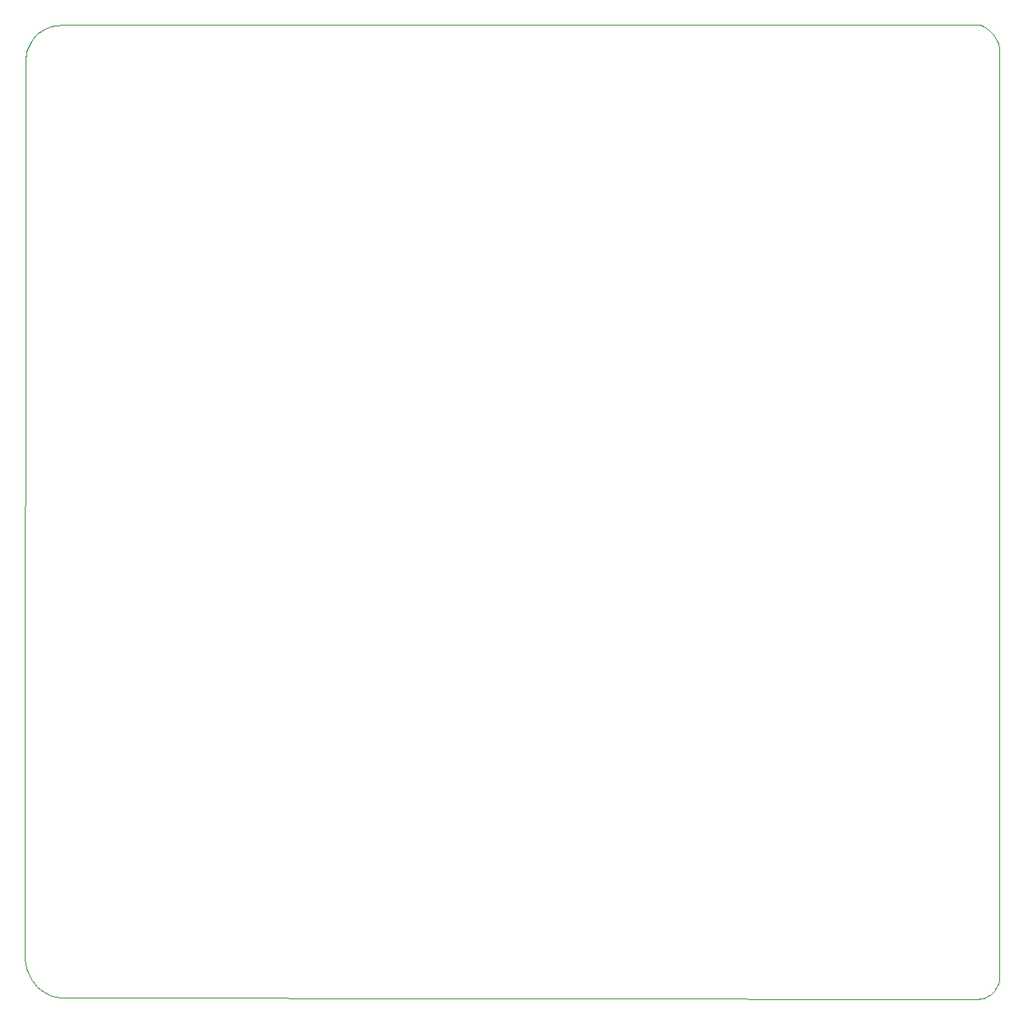
<source format=gbr>
G04 #@! TF.GenerationSoftware,KiCad,Pcbnew,5.1.5+dfsg1-2build2*
G04 #@! TF.CreationDate,2020-11-21T21:11:59+01:00*
G04 #@! TF.ProjectId,Logic_panel_v1,4c6f6769-635f-4706-916e-656c5f76312e,rev?*
G04 #@! TF.SameCoordinates,Original*
G04 #@! TF.FileFunction,Profile,NP*
%FSLAX46Y46*%
G04 Gerber Fmt 4.6, Leading zero omitted, Abs format (unit mm)*
G04 Created by KiCad (PCBNEW 5.1.5+dfsg1-2build2) date 2020-11-21 21:11:59*
%MOMM*%
%LPD*%
G04 APERTURE LIST*
G04 #@! TA.AperFunction,Profile*
%ADD10C,0.100000*%
G04 #@! TD*
G04 APERTURE END LIST*
D10*
X50001000Y-146030900D02*
X50055400Y-146453000D01*
X49999000Y-145998900D02*
X50001000Y-146030900D01*
X50075500Y-53436500D02*
X49999000Y-145998900D01*
X50077000Y-53408700D02*
X50075500Y-53436500D01*
X50115300Y-53068900D02*
X50077000Y-53408700D01*
X50119400Y-53043800D02*
X50115300Y-53068900D01*
X50195200Y-52695800D02*
X50119400Y-53043800D01*
X50305100Y-52357700D02*
X50195200Y-52695800D01*
X50314200Y-52333900D02*
X50305100Y-52357700D01*
X50458700Y-52008400D02*
X50314200Y-52333900D01*
X50641300Y-51688200D02*
X50458700Y-52008400D01*
X50855400Y-51388200D02*
X50641300Y-51688200D01*
X51090000Y-51121000D02*
X50855400Y-51388200D01*
X51107600Y-51102900D02*
X51090000Y-51121000D01*
X51369100Y-50860800D02*
X51107600Y-51102900D01*
X51663400Y-50638800D02*
X51369100Y-50860800D01*
X51978600Y-50447800D02*
X51663400Y-50638800D01*
X52311600Y-50289800D02*
X51978600Y-50447800D01*
X52658900Y-50166300D02*
X52311600Y-50289800D01*
X53016900Y-50078700D02*
X52658900Y-50166300D01*
X53382000Y-50027800D02*
X53016900Y-50078700D01*
X53754600Y-50013900D02*
X53382000Y-50027800D01*
X148132200Y-49999000D02*
X53754600Y-50013900D01*
X148144000Y-50000200D02*
X148132200Y-49999000D01*
X148154300Y-50004000D02*
X148144000Y-50000200D01*
X148423300Y-50131600D02*
X148154300Y-50004000D01*
X148688600Y-50290700D02*
X148423300Y-50131600D01*
X148937000Y-50475200D02*
X148688600Y-50290700D01*
X149166300Y-50683500D02*
X148937000Y-50475200D01*
X149373500Y-50912500D02*
X149166300Y-50683500D01*
X149557500Y-51161300D02*
X149373500Y-50912500D01*
X149716100Y-51426800D02*
X149557500Y-51161300D01*
X149843000Y-51695600D02*
X149716100Y-51426800D01*
X149852400Y-51718500D02*
X149843000Y-51695600D01*
X149951500Y-51998200D02*
X149852400Y-51718500D01*
X150023400Y-52286600D02*
X149951500Y-51998200D01*
X150028100Y-52310800D02*
X150023400Y-52286600D01*
X150068400Y-52586800D02*
X150028100Y-52310800D01*
X150071000Y-52623000D02*
X150068400Y-52586800D01*
X150045100Y-148173200D02*
X150071000Y-52623000D01*
X150041500Y-148197800D02*
X150045100Y-148173200D01*
X149977100Y-148413700D02*
X150041500Y-148197800D01*
X149968500Y-148437800D02*
X149977100Y-148413700D01*
X149877200Y-148657700D02*
X149968500Y-148437800D01*
X149758600Y-148877900D02*
X149877200Y-148657700D01*
X149625200Y-149075000D02*
X149758600Y-148877900D01*
X149609700Y-149095400D02*
X149625200Y-149075000D01*
X149456700Y-149277100D02*
X149609700Y-149095400D01*
X149286100Y-149443100D02*
X149456700Y-149277100D01*
X149266800Y-149459900D02*
X149286100Y-149443100D01*
X149090200Y-149599300D02*
X149266800Y-149459900D01*
X149069300Y-149614100D02*
X149090200Y-149599300D01*
X148868100Y-149741400D02*
X149069300Y-149614100D01*
X148644400Y-149853300D02*
X148868100Y-149741400D01*
X148410000Y-149941900D02*
X148644400Y-149853300D01*
X148180000Y-150003300D02*
X148410000Y-149941900D01*
X148155000Y-150008600D02*
X148180000Y-150003300D01*
X147930200Y-150044300D02*
X148155000Y-150008600D01*
X147909800Y-150045900D02*
X147930200Y-150044300D01*
X53642800Y-149904000D02*
X147909800Y-150045900D01*
X53617800Y-149901500D02*
X53642800Y-149904000D01*
X53209400Y-149820500D02*
X53617800Y-149901500D01*
X53184100Y-149814100D02*
X53209400Y-149820500D01*
X52774200Y-149687000D02*
X53184100Y-149814100D01*
X52368300Y-149513500D02*
X52774200Y-149687000D01*
X51993100Y-149305200D02*
X52368300Y-149513500D01*
X51971000Y-149291300D02*
X51993100Y-149305200D01*
X51619900Y-149044600D02*
X51971000Y-149291300D01*
X51286700Y-148754900D02*
X51619900Y-149044600D01*
X50993600Y-148441500D02*
X51286700Y-148754900D01*
X50976800Y-148421500D02*
X50993600Y-148441500D01*
X50718400Y-148078900D02*
X50976800Y-148421500D01*
X50490200Y-147701000D02*
X50718400Y-148078900D01*
X50302300Y-147301000D02*
X50490200Y-147701000D01*
X50160700Y-146895900D02*
X50302300Y-147301000D01*
X50153400Y-146870900D02*
X50160700Y-146895900D01*
X50055400Y-146453000D02*
X50153400Y-146870900D01*
M02*

</source>
